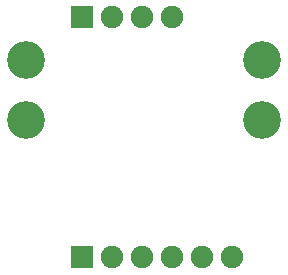
<source format=gbs>
G04 DipTrace 3.0.0.2*
G04 BottomMask.GBS*
%MOIN*%
G04 #@! TF.FileFunction,Soldermask,Bot*
G04 #@! TF.Part,Single*
%ADD31C,0.074803*%
%ADD33R,0.074803X0.074803*%
%ADD35C,0.125984*%
%FSLAX26Y26*%
G04*
G70*
G90*
G75*
G01*
G04 BotMask*
%LPD*%
D35*
X470573Y1143701D3*
Y943701D3*
X1258073Y1143701D3*
Y943701D3*
D33*
X658073Y487451D3*
D31*
X758073D3*
X858073D3*
X958073D3*
X1058073D3*
X1158073D3*
D33*
X658073Y1287451D3*
D31*
X758073D3*
X858073D3*
X958073D3*
M02*

</source>
